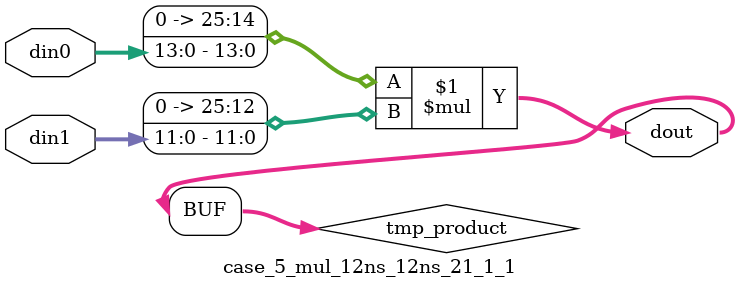
<source format=v>

`timescale 1 ns / 1 ps

 (* use_dsp = "no" *)  module case_5_mul_12ns_12ns_21_1_1(din0, din1, dout);
parameter ID = 1;
parameter NUM_STAGE = 0;
parameter din0_WIDTH = 14;
parameter din1_WIDTH = 12;
parameter dout_WIDTH = 26;

input [din0_WIDTH - 1 : 0] din0; 
input [din1_WIDTH - 1 : 0] din1; 
output [dout_WIDTH - 1 : 0] dout;

wire signed [dout_WIDTH - 1 : 0] tmp_product;
























assign tmp_product = $signed({1'b0, din0}) * $signed({1'b0, din1});











assign dout = tmp_product;





















endmodule

</source>
